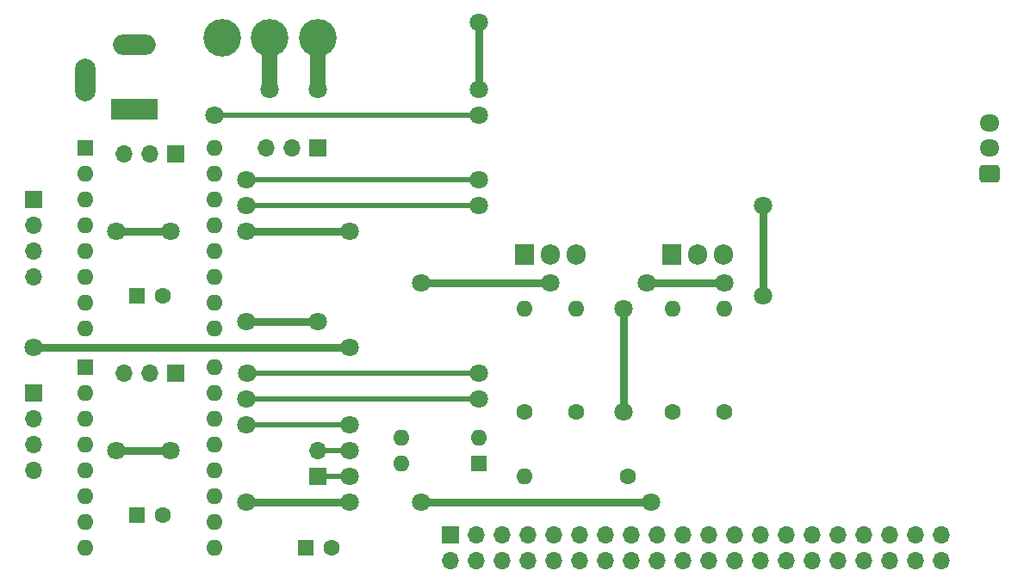
<source format=gbr>
%TF.GenerationSoftware,KiCad,Pcbnew,8.0.6*%
%TF.CreationDate,2024-11-25T18:38:04+01:00*%
%TF.ProjectId,pi-shield,70692d73-6869-4656-9c64-2e6b69636164,rev?*%
%TF.SameCoordinates,Original*%
%TF.FileFunction,Copper,L1,Top*%
%TF.FilePolarity,Positive*%
%FSLAX46Y46*%
G04 Gerber Fmt 4.6, Leading zero omitted, Abs format (unit mm)*
G04 Created by KiCad (PCBNEW 8.0.6) date 2024-11-25 18:38:04*
%MOMM*%
%LPD*%
G01*
G04 APERTURE LIST*
G04 Aperture macros list*
%AMRoundRect*
0 Rectangle with rounded corners*
0 $1 Rounding radius*
0 $2 $3 $4 $5 $6 $7 $8 $9 X,Y pos of 4 corners*
0 Add a 4 corners polygon primitive as box body*
4,1,4,$2,$3,$4,$5,$6,$7,$8,$9,$2,$3,0*
0 Add four circle primitives for the rounded corners*
1,1,$1+$1,$2,$3*
1,1,$1+$1,$4,$5*
1,1,$1+$1,$6,$7*
1,1,$1+$1,$8,$9*
0 Add four rect primitives between the rounded corners*
20,1,$1+$1,$2,$3,$4,$5,0*
20,1,$1+$1,$4,$5,$6,$7,0*
20,1,$1+$1,$6,$7,$8,$9,0*
20,1,$1+$1,$8,$9,$2,$3,0*%
G04 Aperture macros list end*
%TA.AperFunction,ComponentPad*%
%ADD10R,1.600000X1.600000*%
%TD*%
%TA.AperFunction,ComponentPad*%
%ADD11O,1.600000X1.600000*%
%TD*%
%TA.AperFunction,ComponentPad*%
%ADD12R,1.700000X1.700000*%
%TD*%
%TA.AperFunction,ComponentPad*%
%ADD13O,1.700000X1.700000*%
%TD*%
%TA.AperFunction,ComponentPad*%
%ADD14C,1.600000*%
%TD*%
%TA.AperFunction,ComponentPad*%
%ADD15RoundRect,0.250000X0.725000X-0.600000X0.725000X0.600000X-0.725000X0.600000X-0.725000X-0.600000X0*%
%TD*%
%TA.AperFunction,ComponentPad*%
%ADD16O,1.950000X1.700000*%
%TD*%
%TA.AperFunction,ComponentPad*%
%ADD17R,1.905000X2.000000*%
%TD*%
%TA.AperFunction,ComponentPad*%
%ADD18O,1.905000X2.000000*%
%TD*%
%TA.AperFunction,ComponentPad*%
%ADD19R,4.600000X2.000000*%
%TD*%
%TA.AperFunction,ComponentPad*%
%ADD20O,4.200000X2.000000*%
%TD*%
%TA.AperFunction,ComponentPad*%
%ADD21O,2.000000X4.200000*%
%TD*%
%TA.AperFunction,ComponentPad*%
%ADD22C,3.700000*%
%TD*%
%TA.AperFunction,ViaPad*%
%ADD23C,1.800000*%
%TD*%
%TA.AperFunction,Conductor*%
%ADD24C,0.500000*%
%TD*%
%TA.AperFunction,Conductor*%
%ADD25C,0.800000*%
%TD*%
%TA.AperFunction,Conductor*%
%ADD26C,1.500000*%
%TD*%
G04 APERTURE END LIST*
D10*
%TO.P,A2,1,GND*%
%TO.N,GND*%
X5080000Y17780000D03*
D11*
%TO.P,A2,2,VDD*%
%TO.N,+3V3*%
X5080000Y15240000D03*
%TO.P,A2,3,1B*%
%TO.N,/PWR_TT_1B*%
X5080000Y12700000D03*
%TO.P,A2,4,1A*%
%TO.N,/PWR_TT_1A*%
X5080000Y10160000D03*
%TO.P,A2,5,2A*%
%TO.N,/PWR_TT_2A*%
X5080000Y7620000D03*
%TO.P,A2,6,2B*%
%TO.N,/PWR_TT_2B*%
X5080000Y5080000D03*
%TO.P,A2,7,GND*%
%TO.N,GND*%
X5080000Y2540000D03*
%TO.P,A2,8,VMOT*%
%TO.N,+12V*%
X5080000Y0D03*
%TO.P,A2,9,~{ENABLE}*%
%TO.N,/TT_EN*%
X17780000Y0D03*
%TO.P,A2,10,MS1*%
%TO.N,+3V3*%
X17780000Y2540000D03*
%TO.P,A2,11,MS2*%
X17780000Y5080000D03*
%TO.P,A2,12,MS3*%
X17780000Y7620000D03*
%TO.P,A2,13,~{RESET}*%
%TO.N,Net-(A2-~{RESET})*%
X17780000Y10160000D03*
%TO.P,A2,14,~{SLEEP}*%
X17780000Y12700000D03*
%TO.P,A2,15,STEP*%
%TO.N,/Turntable_step*%
X17780000Y15240000D03*
%TO.P,A2,16,DIR*%
%TO.N,/Turntable_dir*%
X17780000Y17780000D03*
%TD*%
D12*
%TO.P,J7,1,Pin_1*%
%TO.N,/PWR_TT_1B*%
X0Y15240000D03*
D13*
%TO.P,J7,2,Pin_2*%
%TO.N,/PWR_TT_1A*%
X0Y12700000D03*
%TO.P,J7,3,Pin_3*%
%TO.N,/PWR_TT_2A*%
X0Y10160000D03*
%TO.P,J7,4,Pin_4*%
%TO.N,/PWR_TT_2B*%
X0Y7620000D03*
%TD*%
D14*
%TO.P,R1,1*%
%TO.N,/Ringlight1*%
X53340000Y13335000D03*
D11*
%TO.P,R1,2*%
%TO.N,/RL1G*%
X53340000Y23495000D03*
%TD*%
D10*
%TO.P,C2,1*%
%TO.N,+12V*%
X10200000Y24765000D03*
D14*
%TO.P,C2,2*%
%TO.N,GND*%
X12700000Y24765000D03*
%TD*%
D10*
%TO.P,U1,1*%
%TO.N,/Ext_cam_opt*%
X43805000Y8250000D03*
D11*
%TO.P,U1,2*%
%TO.N,GND*%
X43805000Y10790000D03*
%TO.P,U1,3*%
%TO.N,/Cam2*%
X36185000Y10790000D03*
%TO.P,U1,4*%
%TO.N,/Cam1*%
X36185000Y8250000D03*
%TD*%
D14*
%TO.P,R5,1*%
%TO.N,/Ext_cam*%
X58420000Y6985000D03*
D11*
%TO.P,R5,2*%
%TO.N,/Ext_cam_opt*%
X48260000Y6985000D03*
%TD*%
D10*
%TO.P,C3,1*%
%TO.N,+12V*%
X10200000Y3175000D03*
D14*
%TO.P,C3,2*%
%TO.N,GND*%
X12700000Y3175000D03*
%TD*%
D15*
%TO.P,J8,1,Pin_1*%
%TO.N,/PWR_RL1*%
X93980000Y36830000D03*
D16*
%TO.P,J8,2,Pin_2*%
%TO.N,+12V*%
X93980000Y39330000D03*
%TO.P,J8,3,Pin_3*%
%TO.N,/PWR_RL2*%
X93980000Y41830000D03*
%TD*%
D12*
%TO.P,J2,1,Pin_1*%
%TO.N,+12V*%
X27940000Y39370000D03*
D13*
%TO.P,J2,2,Pin_2*%
%TO.N,GND*%
X25400000Y39370000D03*
%TO.P,J2,3,Pin_3*%
%TO.N,+5V*%
X22860000Y39370000D03*
%TD*%
D10*
%TO.P,C1,1*%
%TO.N,+5V*%
X26757621Y0D03*
D14*
%TO.P,C1,2*%
%TO.N,GND*%
X29257621Y0D03*
%TD*%
D17*
%TO.P,Q1,1,G*%
%TO.N,/RL1G*%
X48260000Y28870000D03*
D18*
%TO.P,Q1,2,D*%
%TO.N,/PWR_RL1*%
X50800000Y28870000D03*
%TO.P,Q1,3,S*%
%TO.N,GND*%
X53340000Y28870000D03*
%TD*%
D17*
%TO.P,Q2,1,G*%
%TO.N,/RL2G*%
X62706250Y28870000D03*
D18*
%TO.P,Q2,2,D*%
%TO.N,/PWR_RL2*%
X65246250Y28870000D03*
%TO.P,Q2,3,S*%
%TO.N,GND*%
X67786250Y28870000D03*
%TD*%
D14*
%TO.P,R4,1*%
%TO.N,GND*%
X62865000Y13335000D03*
D11*
%TO.P,R4,2*%
%TO.N,/RL2G*%
X62865000Y23495000D03*
%TD*%
D14*
%TO.P,R2,1*%
%TO.N,GND*%
X48260000Y13335000D03*
D11*
%TO.P,R2,2*%
%TO.N,/RL1G*%
X48260000Y23495000D03*
%TD*%
D12*
%TO.P,J4,1,Pin_1*%
%TO.N,/Rotor_en*%
X13955000Y38735000D03*
D13*
%TO.P,J4,2,Pin_2*%
%TO.N,/RO_EN*%
X11415000Y38735000D03*
%TO.P,J4,3,Pin_3*%
%TO.N,GND*%
X8875000Y38735000D03*
%TD*%
D12*
%TO.P,J3,1,3V3*%
%TO.N,+3V3*%
X40970200Y1270000D03*
D13*
%TO.P,J3,2,5V*%
%TO.N,+5V*%
X40970200Y-1270000D03*
%TO.P,J3,3,SDA/GPIO2*%
%TO.N,/Turntable_en*%
X43510200Y1270000D03*
%TO.P,J3,4,5V*%
%TO.N,+5V*%
X43510200Y-1270000D03*
%TO.P,J3,5,SCL/GPIO3*%
%TO.N,/Rotor_en*%
X46050200Y1270000D03*
%TO.P,J3,6,GND*%
%TO.N,GND*%
X46050200Y-1270000D03*
%TO.P,J3,7,GCLK0/GPIO4*%
%TO.N,unconnected-(J3-GCLK0{slash}GPIO4-Pad7)*%
X48590200Y1270000D03*
%TO.P,J3,8,GPIO14/TXD*%
%TO.N,unconnected-(J3-GPIO14{slash}TXD-Pad8)*%
X48590200Y-1270000D03*
%TO.P,J3,9,GND*%
%TO.N,GND*%
X51130200Y1270000D03*
%TO.P,J3,10,GPIO15/RXD*%
%TO.N,unconnected-(J3-GPIO15{slash}RXD-Pad10)*%
X51130200Y-1270000D03*
%TO.P,J3,11,GPIO17*%
%TO.N,/Ringlight1*%
X53670200Y1270000D03*
%TO.P,J3,12,GPIO18/PWM0*%
%TO.N,unconnected-(J3-GPIO18{slash}PWM0-Pad12)*%
X53670200Y-1270000D03*
%TO.P,J3,13,GPIO27*%
%TO.N,/Ringlight2*%
X56210200Y1270000D03*
%TO.P,J3,14,GND*%
%TO.N,GND*%
X56210200Y-1270000D03*
%TO.P,J3,15,GPIO22*%
%TO.N,unconnected-(J3-GPIO22-Pad15)*%
X58750200Y1270000D03*
%TO.P,J3,16,GPIO23*%
%TO.N,unconnected-(J3-GPIO23-Pad16)*%
X58750200Y-1270000D03*
%TO.P,J3,17,3V3*%
%TO.N,+3V3*%
X61290200Y1270000D03*
%TO.P,J3,18,GPIO24*%
%TO.N,unconnected-(J3-GPIO24-Pad18)*%
X61290200Y-1270000D03*
%TO.P,J3,19,MOSI0/GPIO10*%
%TO.N,/Ext_cam*%
X63830200Y1270000D03*
%TO.P,J3,20,GND*%
%TO.N,GND*%
X63830200Y-1270000D03*
%TO.P,J3,21,MISO0/GPIO9*%
%TO.N,/Turntable_dir*%
X66370200Y1270000D03*
%TO.P,J3,22,GPIO25*%
%TO.N,unconnected-(J3-GPIO25-Pad22)*%
X66370200Y-1270000D03*
%TO.P,J3,23,SCLK0/GPIO11*%
%TO.N,/Turntable_step*%
X68910200Y1270000D03*
%TO.P,J3,24,~{CE0}/GPIO8*%
%TO.N,unconnected-(J3-~{CE0}{slash}GPIO8-Pad24)*%
X68910200Y-1270000D03*
%TO.P,J3,25,GND*%
%TO.N,GND*%
X71450200Y1270000D03*
%TO.P,J3,26,~{CE1}/GPIO7*%
%TO.N,unconnected-(J3-~{CE1}{slash}GPIO7-Pad26)*%
X71450200Y-1270000D03*
%TO.P,J3,27,ID_SD/GPIO0*%
%TO.N,unconnected-(J3-ID_SD{slash}GPIO0-Pad27)*%
X73990200Y1270000D03*
%TO.P,J3,28,ID_SC/GPIO1*%
%TO.N,unconnected-(J3-ID_SC{slash}GPIO1-Pad28)*%
X73990200Y-1270000D03*
%TO.P,J3,29,GCLK1/GPIO5*%
%TO.N,/Rotor_dir*%
X76530200Y1270000D03*
%TO.P,J3,30,GND*%
%TO.N,GND*%
X76530200Y-1270000D03*
%TO.P,J3,31,GCLK2/GPIO6*%
%TO.N,/Rotor_step*%
X79070200Y1270000D03*
%TO.P,J3,32,PWM0/GPIO12*%
%TO.N,unconnected-(J3-PWM0{slash}GPIO12-Pad32)*%
X79070200Y-1270000D03*
%TO.P,J3,33,PWM1/GPIO13*%
%TO.N,unconnected-(J3-PWM1{slash}GPIO13-Pad33)*%
X81610200Y1270000D03*
%TO.P,J3,34,GND*%
%TO.N,GND*%
X81610200Y-1270000D03*
%TO.P,J3,35,GPIO19/MISO1*%
%TO.N,unconnected-(J3-GPIO19{slash}MISO1-Pad35)*%
X84150200Y1270000D03*
%TO.P,J3,36,GPIO16*%
%TO.N,unconnected-(J3-GPIO16-Pad36)*%
X84150200Y-1270000D03*
%TO.P,J3,37,GPIO26*%
%TO.N,unconnected-(J3-GPIO26-Pad37)*%
X86690200Y1270000D03*
%TO.P,J3,38,GPIO20/MOSI1*%
%TO.N,unconnected-(J3-GPIO20{slash}MOSI1-Pad38)*%
X86690200Y-1270000D03*
%TO.P,J3,39,GND*%
%TO.N,GND*%
X89230200Y1270000D03*
%TO.P,J3,40,GPIO21/SCLK1*%
%TO.N,unconnected-(J3-GPIO21{slash}SCLK1-Pad40)*%
X89230200Y-1270000D03*
%TD*%
D12*
%TO.P,J6,1,Pin_1*%
%TO.N,/Turntable_en*%
X13955000Y17145000D03*
D13*
%TO.P,J6,2,Pin_2*%
%TO.N,/TT_EN*%
X11415000Y17145000D03*
%TO.P,J6,3,Pin_3*%
%TO.N,GND*%
X8875000Y17145000D03*
%TD*%
D14*
%TO.P,R3,1*%
%TO.N,/Ringlight2*%
X67945000Y13335000D03*
D11*
%TO.P,R3,2*%
%TO.N,/RL2G*%
X67945000Y23495000D03*
%TD*%
D12*
%TO.P,J5,1,Pin_1*%
%TO.N,/PWR_RO_1B*%
X0Y34290000D03*
D13*
%TO.P,J5,2,Pin_2*%
%TO.N,/PWR_RO_1A*%
X0Y31750000D03*
%TO.P,J5,3,Pin_3*%
%TO.N,/PWR_RO_2A*%
X0Y29210000D03*
%TO.P,J5,4,Pin_4*%
%TO.N,/PWR_RO_2B*%
X0Y26670000D03*
%TD*%
D10*
%TO.P,A1,1,GND*%
%TO.N,GND*%
X5080000Y39370000D03*
D11*
%TO.P,A1,2,VDD*%
%TO.N,+3V3*%
X5080000Y36830000D03*
%TO.P,A1,3,1B*%
%TO.N,/PWR_RO_1B*%
X5080000Y34290000D03*
%TO.P,A1,4,1A*%
%TO.N,/PWR_RO_1A*%
X5080000Y31750000D03*
%TO.P,A1,5,2A*%
%TO.N,/PWR_RO_2A*%
X5080000Y29210000D03*
%TO.P,A1,6,2B*%
%TO.N,/PWR_RO_2B*%
X5080000Y26670000D03*
%TO.P,A1,7,GND*%
%TO.N,GND*%
X5080000Y24130000D03*
%TO.P,A1,8,VMOT*%
%TO.N,+12V*%
X5080000Y21590000D03*
%TO.P,A1,9,~{ENABLE}*%
%TO.N,/RO_EN*%
X17780000Y21590000D03*
%TO.P,A1,10,MS1*%
%TO.N,+3V3*%
X17780000Y24130000D03*
%TO.P,A1,11,MS2*%
X17780000Y26670000D03*
%TO.P,A1,12,MS3*%
X17780000Y29210000D03*
%TO.P,A1,13,~{RESET}*%
%TO.N,Net-(A1-~{RESET})*%
X17780000Y31750000D03*
%TO.P,A1,14,~{SLEEP}*%
X17780000Y34290000D03*
%TO.P,A1,15,STEP*%
%TO.N,/Rotor_step*%
X17780000Y36830000D03*
%TO.P,A1,16,DIR*%
%TO.N,/Rotor_dir*%
X17780000Y39370000D03*
%TD*%
D19*
%TO.P,J1,1*%
%TO.N,/VIN*%
X9880000Y43180000D03*
D20*
%TO.P,J1,2*%
%TO.N,GND*%
X9880000Y49480000D03*
D21*
%TO.P,J1,3*%
X5080000Y46080000D03*
%TD*%
D12*
%TO.P,J9,1,Pin_1*%
%TO.N,/Cam1*%
X27915000Y7005000D03*
D13*
%TO.P,J9,2,Pin_2*%
%TO.N,/Cam2*%
X27915000Y9545000D03*
%TD*%
D22*
%TO.P,SW1,1,A*%
%TO.N,unconnected-(SW1-A-Pad1)*%
X18540000Y50165000D03*
%TO.P,SW1,2,B*%
%TO.N,/VIN*%
X23240000Y50165000D03*
%TO.P,SW1,3,C*%
%TO.N,+12V*%
X27940000Y50165000D03*
%TD*%
D23*
%TO.N,/Rotor_dir*%
X20955000Y36195000D03*
X43815000Y36195000D03*
%TO.N,GND*%
X58039000Y13335000D03*
X8128000Y31115000D03*
X43815000Y45085000D03*
X20955000Y22225000D03*
X58039000Y23495000D03*
X13462000Y31115000D03*
X60325000Y26035000D03*
X8128000Y9525000D03*
X31115000Y4445000D03*
X67945000Y26035000D03*
X13462000Y9525000D03*
X50800000Y26035000D03*
X71755000Y33655000D03*
X43815000Y51689000D03*
X71755000Y24765000D03*
X27940000Y22225000D03*
X20955000Y4445000D03*
X38100000Y26035000D03*
%TO.N,/Rotor_step*%
X43815000Y33655000D03*
X20955000Y33655000D03*
%TO.N,+5V*%
X31115000Y31115000D03*
X20955000Y31115000D03*
%TO.N,+12V*%
X27940000Y45085000D03*
%TO.N,/Turntable_step*%
X20955000Y14605000D03*
X43815000Y14605000D03*
%TO.N,/Turntable_dir*%
X20968460Y17145000D03*
X43815000Y17145000D03*
%TO.N,+3V3*%
X38100000Y4445000D03*
X60706000Y4445000D03*
X31115000Y19685000D03*
X0Y19685000D03*
%TO.N,/VIN*%
X23240000Y45085000D03*
%TO.N,/Cam2*%
X31115000Y9525000D03*
%TO.N,/Cam1*%
X31115000Y6985000D03*
%TO.N,/Turntable_en*%
X31115000Y12065000D03*
X20955000Y12065000D03*
%TO.N,/Rotor_en*%
X43815000Y42545000D03*
X17780000Y42545000D03*
%TD*%
D24*
%TO.N,/Rotor_dir*%
X20955000Y36195000D02*
X43815000Y36195000D01*
D25*
%TO.N,GND*%
X58039000Y23495000D02*
X58039000Y13335000D01*
X20955000Y22225000D02*
X27940000Y22225000D01*
X13462000Y31115000D02*
X8128000Y31115000D01*
X67945000Y26035000D02*
X60325000Y26035000D01*
X43815000Y51689000D02*
X43815000Y45085000D01*
X13462000Y9525000D02*
X8128000Y9525000D01*
X38100000Y26035000D02*
X50800000Y26035000D01*
X31115000Y4445000D02*
X20955000Y4445000D01*
X71755000Y33655000D02*
X71755000Y24765000D01*
D24*
%TO.N,/Rotor_step*%
X20955000Y33655000D02*
X43815000Y33655000D01*
D25*
%TO.N,+5V*%
X31115000Y31115000D02*
X20955000Y31115000D01*
D26*
%TO.N,+12V*%
X27940000Y45085000D02*
X27940000Y50165000D01*
D24*
%TO.N,/Turntable_step*%
X20955000Y14605000D02*
X43815000Y14605000D01*
%TO.N,/Turntable_dir*%
X20968460Y17145000D02*
X43815000Y17145000D01*
D25*
%TO.N,+3V3*%
X38100000Y4445000D02*
X60706000Y4445000D01*
X0Y19685000D02*
X31115000Y19685000D01*
D26*
%TO.N,/VIN*%
X23240000Y45085000D02*
X23240000Y50165000D01*
D24*
%TO.N,/Cam2*%
X27935000Y9525000D02*
X27915000Y9545000D01*
X31115000Y9525000D02*
X27935000Y9525000D01*
%TO.N,/Cam1*%
X31115000Y6985000D02*
X27935000Y6985000D01*
X27935000Y6985000D02*
X27915000Y7005000D01*
%TO.N,/Turntable_en*%
X20955000Y12065000D02*
X31115000Y12065000D01*
%TO.N,/Rotor_en*%
X17780000Y42545000D02*
X31115000Y42545000D01*
X31115000Y42545000D02*
X43815000Y42545000D01*
%TD*%
M02*

</source>
